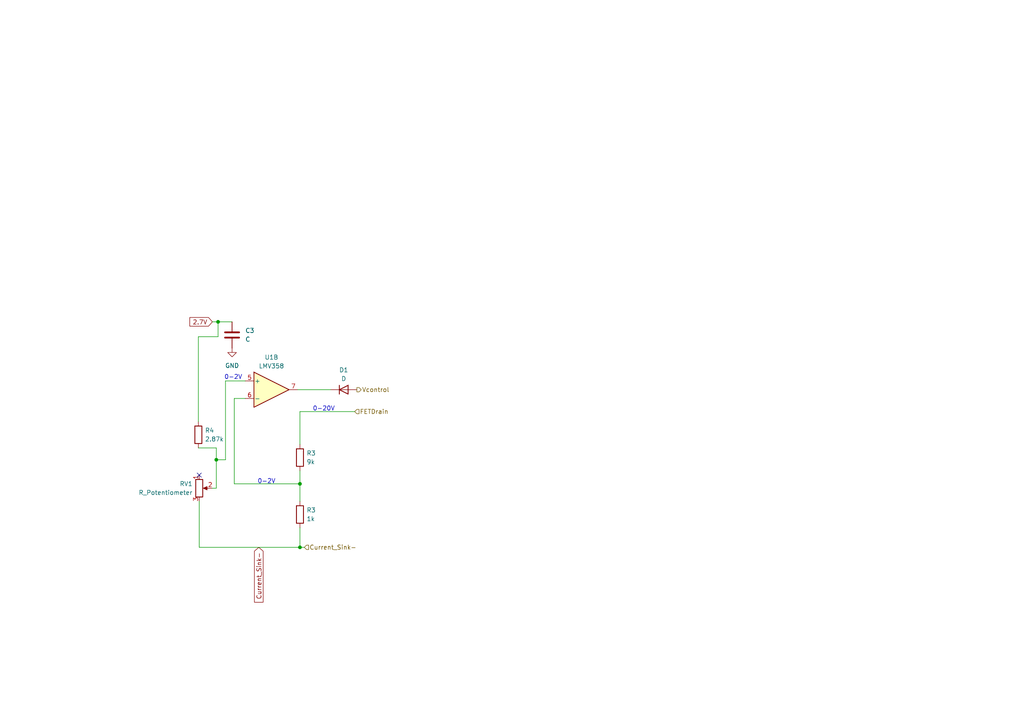
<source format=kicad_sch>
(kicad_sch (version 20230121) (generator eeschema)
  (paper "A4")
  (lib_symbols
    (symbol "Amplifier_Operational:LMV358" (pin_names (offset 0.127))
      (property "Reference" "U" (at 0 5.08 0))
      (property "Value" "LMV358" (at 0 -5.08 0))
      (symbol "LMV358_1_1"
        (polyline (pts (xy -5.08 5.08) (xy 5.08 0) (xy -5.08 -5.08) (xy -5.08 5.08)) (stroke (width 0.254)) (fill (type background)))
        (pin output line (at 7.62 0 180) (length 2.54) (name "~") (number "1"))
        (pin input line (at -7.62 -2.54 0) (length 2.54) (name "-") (number "2"))
        (pin input line (at -7.62 2.54 0) (length 2.54) (name "+") (number "3"))
      )
      (symbol "LMV358_2_1"
        (polyline (pts (xy -5.08 5.08) (xy 5.08 0) (xy -5.08 -5.08) (xy -5.08 5.08)) (stroke (width 0.254)) (fill (type background)))
        (pin input line (at -7.62 2.54 0) (length 2.54) (name "+") (number "5"))
        (pin input line (at -7.62 -2.54 0) (length 2.54) (name "-") (number "6"))
        (pin output line (at 7.62 0 180) (length 2.54) (name "~") (number "7"))
      )
      (symbol "LMV358_3_1"
        (pin power_in line (at -2.54 -7.62 90) (length 3.81) (name "V-") (number "4"))
        (pin power_in line (at -2.54 7.62 270) (length 3.81) (name "V+") (number "8"))
      )
    )
    (symbol "Device:C" (pin_numbers hide) (pin_names (offset 0.254))
      (property "Reference" "C" (at 0.635 2.54 0))
      (property "Value" "C" (at 0.635 -2.54 0))
      (symbol "C_0_1"
        (polyline (pts (xy -2.032 -0.762) (xy 2.032 -0.762)) (stroke (width 0.508)))
        (polyline (pts (xy -2.032 0.762) (xy 2.032 0.762)) (stroke (width 0.508)))
      )
      (symbol "C_1_1"
        (pin passive line (at 0 3.81 270) (length 2.794) (name "~") (number "1"))
        (pin passive line (at 0 -3.81 90) (length 2.794) (name "~") (number "2"))
      )
    )
    (symbol "Device:D" (pin_numbers hide) (pin_names (offset 1.016) hide)
      (property "Reference" "D" (at 0 2.54 0))
      (property "Value" "D" (at 0 -2.54 0))
      (symbol "D_0_1"
        (polyline (pts (xy -1.27 1.27) (xy -1.27 -1.27)) (stroke (width 0.254)))
        (polyline (pts (xy 1.27 0) (xy -1.27 0)))
        (polyline (pts (xy 1.27 1.27) (xy 1.27 -1.27) (xy -1.27 0) (xy 1.27 1.27)) (stroke (width 0.254)))
      )
      (symbol "D_1_1"
        (pin passive line (at -3.81 0 0) (length 2.54) (name "K") (number "1"))
        (pin passive line (at 3.81 0 180) (length 2.54) (name "A") (number "2"))
      )
    )
    (symbol "Device:R" (pin_numbers hide) (pin_names (offset 0))
      (property "Reference" "R" (at 2.032 0 90))
      (property "Value" "R" (at 0 0 90))
      (symbol "R_0_1"
        (rectangle (start -1.016 -2.54) (end 1.016 2.54) (stroke (width 0.254)))
      )
      (symbol "R_1_1"
        (pin passive line (at 0 3.81 270) (length 1.27) (name "~") (number "1"))
        (pin passive line (at 0 -3.81 90) (length 1.27) (name "~") (number "2"))
      )
    )
    (symbol "Device:R_Potentiometer" (pin_names (offset 1.016) hide)
      (property "Reference" "RV" (at -4.445 0 90))
      (property "Value" "R_Potentiometer" (at -2.54 0 90))
      (symbol "R_Potentiometer_0_1"
        (polyline (pts (xy 2.54 0) (xy 1.524 0)))
        (polyline (pts (xy 1.143 0) (xy 2.286 0.508) (xy 2.286 -0.508) (xy 1.143 0)) (fill (type outline)))
        (rectangle (start 1.016 2.54) (end -1.016 -2.54) (stroke (width 0.254)))
      )
      (symbol "R_Potentiometer_1_1"
        (pin passive line (at 0 3.81 270) (length 1.27) (name "1") (number "1"))
        (pin passive line (at 3.81 0 180) (length 1.27) (name "2") (number "2"))
        (pin passive line (at 0 -3.81 90) (length 1.27) (name "3") (number "3"))
      )
    )
    (symbol "power:GND" (power) (pin_names (offset 0))
      (property "Value" "GND" (at 0 -3.81 0))
      (symbol "GND_0_1"
        (polyline (pts (xy 0 0) (xy 0 -1.27) (xy 1.27 -1.27) (xy 0 -2.54) (xy -1.27 -1.27) (xy 0 -1.27)))
      )
      (symbol "GND_1_1"
        (pin power_in line (at 0 0 270) (length 0) hide (name "GND") (number "1"))
      )
    )
  )
  (junction (at 86.995 140.335))
  (junction (at 62.738 133.35))
  (junction (at 63.246 93.345))
  (junction (at 86.995 158.75))
  (no_connect (at 57.785 137.795))
  (wire (pts (xy 63.246 93.345) (xy 67.31 93.345)))
  (wire (pts (xy 86.36 113.03) (xy 95.885 113.03)))
  (wire (pts (xy 67.945 115.57) (xy 67.945 140.335)))
  (wire (pts (xy 62.738 129.921) (xy 62.738 133.35)))
  (wire (pts (xy 86.995 119.38) (xy 102.87 119.38)))
  (wire (pts (xy 57.531 122.301) (xy 57.531 97.663)))
  (wire (pts (xy 86.995 158.75) (xy 88.265 158.75)))
  (wire (pts (xy 86.995 136.525) (xy 86.995 140.335)))
  (wire (pts (xy 63.246 93.345) (xy 63.246 97.663)))
  (wire (pts (xy 65.405 110.49) (xy 65.405 133.35)))
  (wire (pts (xy 67.945 140.335) (xy 86.995 140.335)))
  (wire (pts (xy 86.995 153.035) (xy 86.995 158.75)))
  (wire (pts (xy 62.738 141.605) (xy 61.595 141.605)))
  (wire (pts (xy 57.531 129.921) (xy 62.738 129.921)))
  (wire (pts (xy 86.995 128.905) (xy 86.995 119.38)))
  (wire (pts (xy 57.531 97.663) (xy 63.246 97.663)))
  (wire (pts (xy 57.785 158.75) (xy 86.995 158.75)))
  (wire (pts (xy 62.738 133.35) (xy 62.738 141.605)))
  (wire (pts (xy 57.785 145.415) (xy 57.785 158.75)))
  (wire (pts (xy 86.995 140.335) (xy 86.995 145.415)))
  (wire (pts (xy 61.595 93.345) (xy 63.246 93.345)))
  (wire (pts (xy 65.405 110.49) (xy 71.12 110.49)))
  (wire (pts (xy 71.12 115.57) (xy 67.945 115.57)))
  (wire (pts (xy 65.405 133.35) (xy 62.738 133.35)))
  (text "0-2V" (at 65.024 110.236 0) (effects (font (size 1.27 1.27)) (justify left bottom)))
  (text "0-2V" (at 74.676 140.462 0) (effects (font (size 1.27 1.27)) (justify left bottom)))
  (text "0-20V" (at 90.678 119.38 0) (effects (font (size 1.27 1.27)) (justify left bottom)))
  (global_label "2.7V" (shape input) (at 61.595 93.345 180) (property "Intersheetrefs" "${INTERSHEET_REFS}" (effects hide)))
  (global_label "Current_Sink-" (shape input) (at 75.057 158.75 270) (property "Intersheetrefs" "${INTERSHEET_REFS}" (effects hide)))
  (hierarchical_label "Current_Sink-" (shape input) (at 88.265 158.75 0))
  (hierarchical_label "Vcontrol" (shape output) (at 103.505 113.03 0))
  (hierarchical_label "FETDrain" (shape input) (at 102.87 119.38 0))
  (symbol (lib_id "power:GND") (at 67.31 100.965 0) (unit 1)
    (property "Reference" "#PWR05" (effects hide))
    (property "Value" "GND" (at 67.31 106.045 0))
    (instances (project "current_sink_swim" (path "" (reference "#PWR05") (unit 1)) (path "" (reference "#PWR01") (unit 1)) (path "" (reference "#PWR06") (unit 1))))
  )
  (symbol (lib_id "Device:R") (at 86.995 149.225 0) (unit 1)
    (property "Reference" "R3" (at 88.9 147.955 0) (effects (justify left)))
    (property "Value" "1k" (at 88.9 150.495 0) (effects (justify left)))
    (property "Footprint" "Resistor_SMD:R_0805_2012Metric_Pad1.20x1.40mm_HandSolder" (effects hide))
    (instances (project "current_sink_swim" (path "" (reference "R3") (unit 1)) (path "" (reference "R1") (unit 1)) (path "" (reference "R6") (unit 1))))
  )
  (symbol (lib_id "Device:R") (at 86.995 132.715 0) (unit 1)
    (property "Reference" "R3" (at 88.9 131.445 0) (effects (justify left)))
    (property "Value" "9k" (at 88.9 133.985 0) (effects (justify left)))
    (property "Footprint" "Resistor_SMD:R_0805_2012Metric_Pad1.20x1.40mm_HandSolder" (effects hide))
    (instances (project "current_sink_swim" (path "" (reference "R3") (unit 1)) (path "" (reference "R1") (unit 1)) (path "" (reference "R5") (unit 1))))
  )
  (symbol (lib_id "Device:R") (at 57.531 126.111 0) (unit 1)
    (property "Reference" "R4" (at 59.436 124.841 0) (effects (justify left)))
    (property "Value" "2.87k" (at 59.436 127.381 0) (effects (justify left)))
    (property "Footprint" "Resistor_SMD:R_0805_2012Metric_Pad1.20x1.40mm_HandSolder" (effects hide))
  )
  (symbol (lib_id "Amplifier_Operational:LMV358") (at 78.74 113.03 0) (unit 2)
    (property "Reference" "U1" (at 78.74 103.632 0))
    (property "Value" "LMV358" (at 78.74 106.172 0))
    (property "Footprint" "Package_SO:SOIC-8_3.9x4.9mm_P1.27mm" (effects hide))
    (property "Datasheet" "https://www.st.com/content/ccc/resource/technical/document/datasheet/b9/d8/3b/8f/a1/8f/46/01/CD00079372.pdf/files/CD00079372.pdf/jcr:content/translations/en.CD00079372.pdf" (effects hide))
    (property "MPN" "LMV358IDT" (effects hide))
  )
  (symbol (lib_id "Device:D") (at 99.695 113.03 0) (unit 1)
    (property "Reference" "D1" (at 99.695 107.315 0))
    (property "Value" "D" (at 99.695 109.855 0))
    (property "Footprint" "Diode_SMD:D_SOD-323_HandSoldering" (effects hide))
    (property "Datasheet" "https://www.diodes.com/assets/Datasheets/1N4148WT.pdf" (effects hide))
    (property "Sim.Device" "D" (effects hide))
    (property "Sim.Pins" "1=K 2=A" (effects hide))
    (property "MPN" "1N4148WT-7" (effects hide))
  )
  (symbol (lib_id "Device:R_Potentiometer") (at 57.785 141.605 0) (unit 1)
    (property "Reference" "RV1" (at 55.88 140.335 0) (effects (justify right)))
    (property "Value" "R_Potentiometer" (at 55.88 142.875 0) (effects (justify right)))
    (property "Footprint" "Potentiometer_THT:Potentiometer_Bourns_PTV09A-2_Single_Horizontal" (effects hide))
    (instances (project "current_sink_swim" (path "" (reference "RV1") (unit 1)) (path "" (reference "RV1") (unit 1)) (path "" (reference "RV2") (unit 1))))
  )
  (symbol (lib_id "Device:C") (at 67.31 97.155 0) (unit 1)
    (property "Reference" "C3" (at 71.12 95.885 0) (effects (justify left)))
    (property "Value" "C" (at 71.12 98.425 0) (effects (justify left)))
    (property "Footprint" "Capacitor_SMD:C_0805_2012Metric_Pad1.18x1.45mm_HandSolder" (effects hide))
    (instances (project "current_sink_swim" (path "" (reference "C3") (unit 1)) (path "" (reference "C3") (unit 1)) (path "" (reference "C2") (unit 1))))
  )
)
</source>
